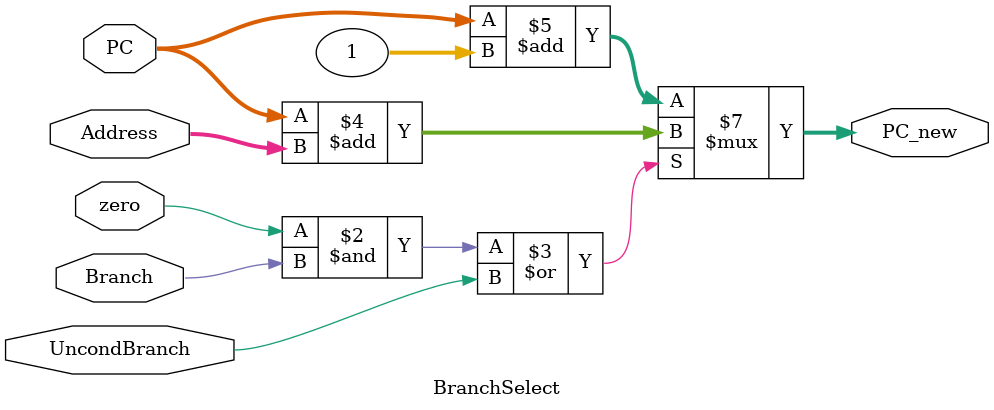
<source format=v>
`timescale 1ns / 1ps


module BranchSelect(PC,Branch, UncondBranch, Address, zero, PC_new);
    input [63:0]PC;
    input Branch;
    input [63:0] Address;
    input zero                                                                                                                                         ;
    input UncondBranch;
    output reg [63:0] PC_new;
    
            always@(*)
            if(zero & Branch | UncondBranch)
                begin
                    PC_new <= PC + Address;
                end
            else
                begin
                    PC_new <= PC + 1;           
                end

endmodule

</source>
